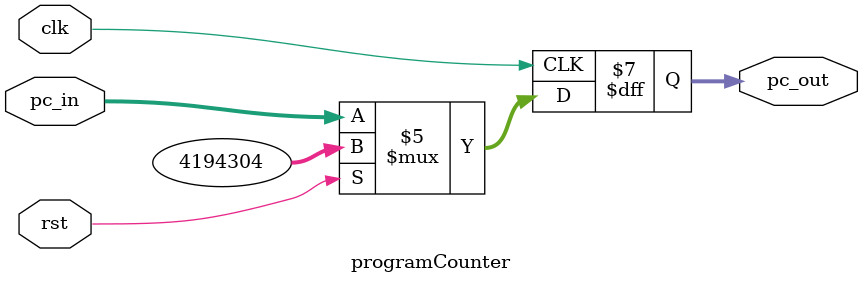
<source format=v>

module programCounter(

	input clk,
	input rst,
	input [31:0] pc_in,
	output reg [31:0] pc_out);
	
	initial begin
	
		pc_out = -4;
		
	end
	
	always@(posedge clk) begin
	
		if(rst == 1'b1) begin
		
			pc_out <= 32'h00400000;
			
		end
		
		else begin
		
			pc_out <= pc_in;
			
		end
		
	end
	
endmodule

</source>
